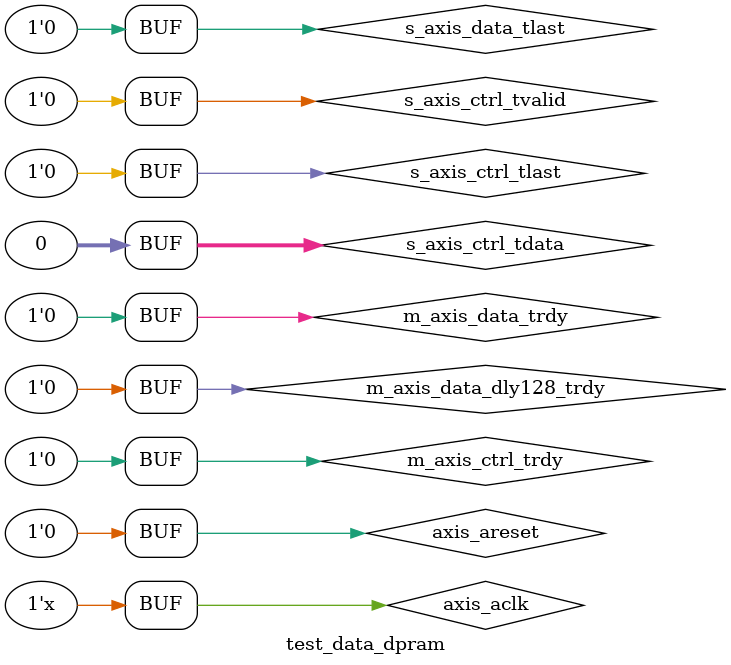
<source format=v>
`timescale 1ns / 1ps


module test_data_dpram;

	// Inputs
	reg axis_aclk;
	reg axis_areset;
	reg s_axis_ctrl_tvalid;
	reg s_axis_ctrl_tlast;
	reg [31:0] s_axis_ctrl_tdata;
	reg s_axis_data_tvalid;
	reg s_axis_data_tlast;
	reg [31:0] s_axis_data_tdata;
	reg m_axis_ctrl_trdy;
	reg m_axis_data_trdy;
	reg m_axis_data_dly128_trdy;

	// Outputs
	wire s_axis_ctrl_trdy;
	wire s_axis_data_trdy;
	wire m_axis_ctrl_tvalid;
	wire m_axis_ctrl_tlast;
	wire [31:0] m_axis_ctrl_tdata;
	wire m_axis_data_tvalid;
	wire m_axis_data_tlast;
	wire [31:0] m_axis_data_tdata;
	wire m_axis_data_dly128_tvalid;
	wire m_axis_data_dly128_tlast;
	wire [31:0] m_axis_data_dly128_tdata;
	
	reg [39:0] count;

	// Instantiate the Unit Under Test (UUT)
	data_dpram uut (
		.axis_aclk(axis_aclk), 
		.axis_areset(axis_areset), 
		.s_axis_ctrl_tvalid(s_axis_ctrl_tvalid), 
		.s_axis_ctrl_tlast(s_axis_ctrl_tlast), 
		.s_axis_ctrl_tdata(s_axis_ctrl_tdata), 
		.s_axis_ctrl_trdy(s_axis_ctrl_trdy), 
		.s_axis_data_tvalid(s_axis_data_tvalid), 
		.s_axis_data_tlast(s_axis_data_tlast), 
		.s_axis_data_tdata(s_axis_data_tdata), 
		.s_axis_data_trdy(s_axis_data_trdy), 
		.m_axis_ctrl_tvalid(m_axis_ctrl_tvalid), 
		.m_axis_ctrl_tlast(m_axis_ctrl_tlast), 
		.m_axis_ctrl_tdata(m_axis_ctrl_tdata), 
		.m_axis_ctrl_trdy(m_axis_ctrl_trdy), 
		.m_axis_data_tvalid(m_axis_data_tvalid), 
		.m_axis_data_tlast(m_axis_data_tlast), 
		.m_axis_data_tdata(m_axis_data_tdata), 
		.m_axis_data_trdy(m_axis_data_trdy), 
		.m_axis_data_dly128_tvalid(m_axis_data_dly128_tvalid), 
		.m_axis_data_dly128_tlast(m_axis_data_dly128_tlast), 
		.m_axis_data_dly128_tdata(m_axis_data_dly128_tdata), 
		.m_axis_data_dly128_trdy(m_axis_data_dly128_trdy)
	);

	initial begin
		// Initialize Inputs
		axis_aclk = 0;
		axis_areset = 0;
		s_axis_ctrl_tvalid = 0;
		s_axis_ctrl_tlast = 0;
		s_axis_ctrl_tdata = 0;
		s_axis_data_tlast = 0;
		m_axis_ctrl_trdy = 0;
		m_axis_data_trdy = 0;
		m_axis_data_dly128_trdy = 0;

		// Wait 100 ns for global reset to finish
		#10;
		axis_areset = 1;
		#10;
		axis_areset = 0;
		#10;
        
		// Add stimulus here

	end
	
	always
		#5 axis_aclk <= ~axis_aclk;
	
	always @(posedge axis_aclk or posedge axis_areset) begin
		if(axis_areset == 1'b1) begin
			count <= 40'd0;
		end
		else begin
			count <= count + 1'd1;
		end
	end
	
	always @(posedge axis_aclk or posedge axis_areset) begin
		if(axis_areset == 1'b1) begin
			s_axis_data_tvalid <= 1'b0;
			s_axis_data_tdata <= 32'd0;
		end
		else if(count[2:0] == 3'd7) begin
			s_axis_data_tvalid <= 1'b1;
			s_axis_data_tdata <= count[34:3];
		end
			else begin
				s_axis_data_tvalid <= 1'b0;
				s_axis_data_tdata <= s_axis_data_tdata;
			end
	end
	
endmodule

</source>
